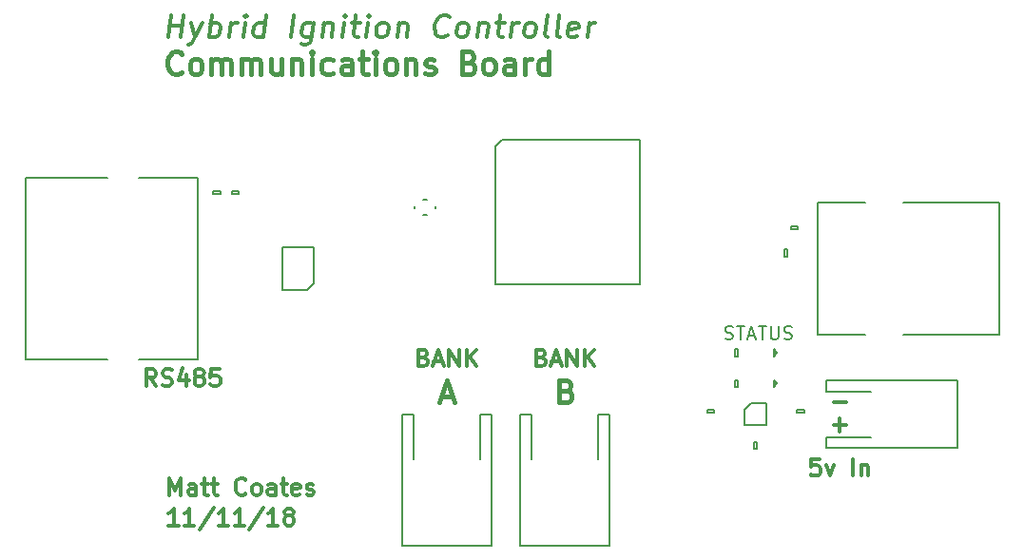
<source format=gto>
G04 #@! TF.GenerationSoftware,KiCad,Pcbnew,5.0.1-33cea8e~68~ubuntu18.04.1*
G04 #@! TF.CreationDate,2018-11-12T15:38:47+00:00*
G04 #@! TF.ProjectId,comms,636F6D6D732E6B696361645F70636200,rev?*
G04 #@! TF.SameCoordinates,Original*
G04 #@! TF.FileFunction,Legend,Top*
G04 #@! TF.FilePolarity,Positive*
%FSLAX46Y46*%
G04 Gerber Fmt 4.6, Leading zero omitted, Abs format (unit mm)*
G04 Created by KiCad (PCBNEW 5.0.1-33cea8e~68~ubuntu18.04.1) date Mon 12 Nov 2018 15:38:47 GMT*
%MOMM*%
%LPD*%
G01*
G04 APERTURE LIST*
%ADD10C,0.300000*%
%ADD11C,0.400000*%
%ADD12C,0.200000*%
%ADD13C,0.150000*%
G04 APERTURE END LIST*
D10*
X32683095Y-76654761D02*
X32933095Y-74654761D01*
X32814047Y-75607142D02*
X33956904Y-75607142D01*
X33825952Y-76654761D02*
X34075952Y-74654761D01*
X34754523Y-75321428D02*
X35064047Y-76654761D01*
X35706904Y-75321428D02*
X35064047Y-76654761D01*
X34814047Y-77130952D01*
X34706904Y-77226190D01*
X34504523Y-77321428D01*
X36302142Y-76654761D02*
X36552142Y-74654761D01*
X36456904Y-75416666D02*
X36659285Y-75321428D01*
X37040238Y-75321428D01*
X37218809Y-75416666D01*
X37302142Y-75511904D01*
X37373571Y-75702380D01*
X37302142Y-76273809D01*
X37183095Y-76464285D01*
X37075952Y-76559523D01*
X36873571Y-76654761D01*
X36492619Y-76654761D01*
X36314047Y-76559523D01*
X38111666Y-76654761D02*
X38278333Y-75321428D01*
X38230714Y-75702380D02*
X38349761Y-75511904D01*
X38456904Y-75416666D01*
X38659285Y-75321428D01*
X38849761Y-75321428D01*
X39349761Y-76654761D02*
X39516428Y-75321428D01*
X39599761Y-74654761D02*
X39492619Y-74750000D01*
X39575952Y-74845238D01*
X39683095Y-74750000D01*
X39599761Y-74654761D01*
X39575952Y-74845238D01*
X41159285Y-76654761D02*
X41409285Y-74654761D01*
X41171190Y-76559523D02*
X40968809Y-76654761D01*
X40587857Y-76654761D01*
X40409285Y-76559523D01*
X40325952Y-76464285D01*
X40254523Y-76273809D01*
X40325952Y-75702380D01*
X40445000Y-75511904D01*
X40552142Y-75416666D01*
X40754523Y-75321428D01*
X41135476Y-75321428D01*
X41314047Y-75416666D01*
X43635476Y-76654761D02*
X43885476Y-74654761D01*
X45611666Y-75321428D02*
X45409285Y-76940476D01*
X45290238Y-77130952D01*
X45183095Y-77226190D01*
X44980714Y-77321428D01*
X44695000Y-77321428D01*
X44516428Y-77226190D01*
X45456904Y-76559523D02*
X45254523Y-76654761D01*
X44873571Y-76654761D01*
X44695000Y-76559523D01*
X44611666Y-76464285D01*
X44540238Y-76273809D01*
X44611666Y-75702380D01*
X44730714Y-75511904D01*
X44837857Y-75416666D01*
X45040238Y-75321428D01*
X45421190Y-75321428D01*
X45599761Y-75416666D01*
X46564047Y-75321428D02*
X46397380Y-76654761D01*
X46540238Y-75511904D02*
X46647380Y-75416666D01*
X46849761Y-75321428D01*
X47135476Y-75321428D01*
X47314047Y-75416666D01*
X47385476Y-75607142D01*
X47254523Y-76654761D01*
X48206904Y-76654761D02*
X48373571Y-75321428D01*
X48456904Y-74654761D02*
X48349761Y-74750000D01*
X48433095Y-74845238D01*
X48540238Y-74750000D01*
X48456904Y-74654761D01*
X48433095Y-74845238D01*
X49040238Y-75321428D02*
X49802142Y-75321428D01*
X49409285Y-74654761D02*
X49195000Y-76369047D01*
X49266428Y-76559523D01*
X49445000Y-76654761D01*
X49635476Y-76654761D01*
X50302142Y-76654761D02*
X50468809Y-75321428D01*
X50552142Y-74654761D02*
X50445000Y-74750000D01*
X50528333Y-74845238D01*
X50635476Y-74750000D01*
X50552142Y-74654761D01*
X50528333Y-74845238D01*
X51540238Y-76654761D02*
X51361666Y-76559523D01*
X51278333Y-76464285D01*
X51206904Y-76273809D01*
X51278333Y-75702380D01*
X51397380Y-75511904D01*
X51504523Y-75416666D01*
X51706904Y-75321428D01*
X51992619Y-75321428D01*
X52171190Y-75416666D01*
X52254523Y-75511904D01*
X52325952Y-75702380D01*
X52254523Y-76273809D01*
X52135476Y-76464285D01*
X52028333Y-76559523D01*
X51825952Y-76654761D01*
X51540238Y-76654761D01*
X53230714Y-75321428D02*
X53064047Y-76654761D01*
X53206904Y-75511904D02*
X53314047Y-75416666D01*
X53516428Y-75321428D01*
X53802142Y-75321428D01*
X53980714Y-75416666D01*
X54052142Y-75607142D01*
X53921190Y-76654761D01*
X57564047Y-76464285D02*
X57456904Y-76559523D01*
X57159285Y-76654761D01*
X56968809Y-76654761D01*
X56694999Y-76559523D01*
X56528333Y-76369047D01*
X56456904Y-76178571D01*
X56409285Y-75797619D01*
X56444999Y-75511904D01*
X56587857Y-75130952D01*
X56706904Y-74940476D01*
X56921190Y-74750000D01*
X57218809Y-74654761D01*
X57409285Y-74654761D01*
X57683095Y-74750000D01*
X57766428Y-74845238D01*
X58683095Y-76654761D02*
X58504523Y-76559523D01*
X58421190Y-76464285D01*
X58349761Y-76273809D01*
X58421190Y-75702380D01*
X58540238Y-75511904D01*
X58647380Y-75416666D01*
X58849761Y-75321428D01*
X59135476Y-75321428D01*
X59314047Y-75416666D01*
X59397380Y-75511904D01*
X59468809Y-75702380D01*
X59397380Y-76273809D01*
X59278333Y-76464285D01*
X59171190Y-76559523D01*
X58968809Y-76654761D01*
X58683095Y-76654761D01*
X60373571Y-75321428D02*
X60206904Y-76654761D01*
X60349761Y-75511904D02*
X60456904Y-75416666D01*
X60659285Y-75321428D01*
X60945000Y-75321428D01*
X61123571Y-75416666D01*
X61194999Y-75607142D01*
X61064047Y-76654761D01*
X61897380Y-75321428D02*
X62659285Y-75321428D01*
X62266428Y-74654761D02*
X62052142Y-76369047D01*
X62123571Y-76559523D01*
X62302142Y-76654761D01*
X62492619Y-76654761D01*
X63159285Y-76654761D02*
X63325952Y-75321428D01*
X63278333Y-75702380D02*
X63397380Y-75511904D01*
X63504523Y-75416666D01*
X63706904Y-75321428D01*
X63897380Y-75321428D01*
X64683095Y-76654761D02*
X64504523Y-76559523D01*
X64421190Y-76464285D01*
X64349761Y-76273809D01*
X64421190Y-75702380D01*
X64540238Y-75511904D01*
X64647380Y-75416666D01*
X64849761Y-75321428D01*
X65135476Y-75321428D01*
X65314047Y-75416666D01*
X65397380Y-75511904D01*
X65468809Y-75702380D01*
X65397380Y-76273809D01*
X65278333Y-76464285D01*
X65171190Y-76559523D01*
X64968809Y-76654761D01*
X64683095Y-76654761D01*
X66492619Y-76654761D02*
X66314047Y-76559523D01*
X66242619Y-76369047D01*
X66456904Y-74654761D01*
X67540238Y-76654761D02*
X67361666Y-76559523D01*
X67290238Y-76369047D01*
X67504523Y-74654761D01*
X69075952Y-76559523D02*
X68873571Y-76654761D01*
X68492619Y-76654761D01*
X68314047Y-76559523D01*
X68242619Y-76369047D01*
X68337857Y-75607142D01*
X68456904Y-75416666D01*
X68659285Y-75321428D01*
X69040238Y-75321428D01*
X69218809Y-75416666D01*
X69290238Y-75607142D01*
X69266428Y-75797619D01*
X68290238Y-75988095D01*
X70016428Y-76654761D02*
X70183095Y-75321428D01*
X70135476Y-75702380D02*
X70254523Y-75511904D01*
X70361666Y-75416666D01*
X70564047Y-75321428D01*
X70754523Y-75321428D01*
D11*
X68142857Y-108107142D02*
X68428571Y-108202380D01*
X68523809Y-108297619D01*
X68619047Y-108488095D01*
X68619047Y-108773809D01*
X68523809Y-108964285D01*
X68428571Y-109059523D01*
X68238095Y-109154761D01*
X67476190Y-109154761D01*
X67476190Y-107154761D01*
X68142857Y-107154761D01*
X68333333Y-107250000D01*
X68428571Y-107345238D01*
X68523809Y-107535714D01*
X68523809Y-107726190D01*
X68428571Y-107916666D01*
X68333333Y-108011904D01*
X68142857Y-108107142D01*
X67476190Y-108107142D01*
D10*
X65928571Y-105142857D02*
X66142857Y-105214285D01*
X66214285Y-105285714D01*
X66285714Y-105428571D01*
X66285714Y-105642857D01*
X66214285Y-105785714D01*
X66142857Y-105857142D01*
X66000000Y-105928571D01*
X65428571Y-105928571D01*
X65428571Y-104428571D01*
X65928571Y-104428571D01*
X66071428Y-104500000D01*
X66142857Y-104571428D01*
X66214285Y-104714285D01*
X66214285Y-104857142D01*
X66142857Y-105000000D01*
X66071428Y-105071428D01*
X65928571Y-105142857D01*
X65428571Y-105142857D01*
X66857142Y-105500000D02*
X67571428Y-105500000D01*
X66714285Y-105928571D02*
X67214285Y-104428571D01*
X67714285Y-105928571D01*
X68214285Y-105928571D02*
X68214285Y-104428571D01*
X69071428Y-105928571D01*
X69071428Y-104428571D01*
X69785714Y-105928571D02*
X69785714Y-104428571D01*
X70642857Y-105928571D02*
X70000000Y-105071428D01*
X70642857Y-104428571D02*
X69785714Y-105285714D01*
D11*
X57023809Y-108583333D02*
X57976190Y-108583333D01*
X56833333Y-109154761D02*
X57500000Y-107154761D01*
X58166666Y-109154761D01*
D12*
X82278571Y-103485714D02*
X82450000Y-103542857D01*
X82735714Y-103542857D01*
X82850000Y-103485714D01*
X82907142Y-103428571D01*
X82964285Y-103314285D01*
X82964285Y-103200000D01*
X82907142Y-103085714D01*
X82850000Y-103028571D01*
X82735714Y-102971428D01*
X82507142Y-102914285D01*
X82392857Y-102857142D01*
X82335714Y-102800000D01*
X82278571Y-102685714D01*
X82278571Y-102571428D01*
X82335714Y-102457142D01*
X82392857Y-102400000D01*
X82507142Y-102342857D01*
X82792857Y-102342857D01*
X82964285Y-102400000D01*
X83307142Y-102342857D02*
X83992857Y-102342857D01*
X83650000Y-103542857D02*
X83650000Y-102342857D01*
X84335714Y-103200000D02*
X84907142Y-103200000D01*
X84221428Y-103542857D02*
X84621428Y-102342857D01*
X85021428Y-103542857D01*
X85250000Y-102342857D02*
X85935714Y-102342857D01*
X85592857Y-103542857D02*
X85592857Y-102342857D01*
X86335714Y-102342857D02*
X86335714Y-103314285D01*
X86392857Y-103428571D01*
X86450000Y-103485714D01*
X86564285Y-103542857D01*
X86792857Y-103542857D01*
X86907142Y-103485714D01*
X86964285Y-103428571D01*
X87021428Y-103314285D01*
X87021428Y-102342857D01*
X87535714Y-103485714D02*
X87707142Y-103542857D01*
X87992857Y-103542857D01*
X88107142Y-103485714D01*
X88164285Y-103428571D01*
X88221428Y-103314285D01*
X88221428Y-103200000D01*
X88164285Y-103085714D01*
X88107142Y-103028571D01*
X87992857Y-102971428D01*
X87764285Y-102914285D01*
X87650000Y-102857142D01*
X87592857Y-102800000D01*
X87535714Y-102685714D01*
X87535714Y-102571428D01*
X87592857Y-102457142D01*
X87650000Y-102400000D01*
X87764285Y-102342857D01*
X88050000Y-102342857D01*
X88221428Y-102400000D01*
D10*
X91928571Y-109157142D02*
X93071428Y-109157142D01*
X91928571Y-111157142D02*
X93071428Y-111157142D01*
X92500000Y-111728571D02*
X92500000Y-110585714D01*
X90678571Y-114178571D02*
X89964285Y-114178571D01*
X89892857Y-114892857D01*
X89964285Y-114821428D01*
X90107142Y-114750000D01*
X90464285Y-114750000D01*
X90607142Y-114821428D01*
X90678571Y-114892857D01*
X90750000Y-115035714D01*
X90750000Y-115392857D01*
X90678571Y-115535714D01*
X90607142Y-115607142D01*
X90464285Y-115678571D01*
X90107142Y-115678571D01*
X89964285Y-115607142D01*
X89892857Y-115535714D01*
X91250000Y-114678571D02*
X91607142Y-115678571D01*
X91964285Y-114678571D01*
X93678571Y-115678571D02*
X93678571Y-114178571D01*
X94392857Y-114678571D02*
X94392857Y-115678571D01*
X94392857Y-114821428D02*
X94464285Y-114750000D01*
X94607142Y-114678571D01*
X94821428Y-114678571D01*
X94964285Y-114750000D01*
X95035714Y-114892857D01*
X95035714Y-115678571D01*
X31607142Y-107678571D02*
X31107142Y-106964285D01*
X30750000Y-107678571D02*
X30750000Y-106178571D01*
X31321428Y-106178571D01*
X31464285Y-106250000D01*
X31535714Y-106321428D01*
X31607142Y-106464285D01*
X31607142Y-106678571D01*
X31535714Y-106821428D01*
X31464285Y-106892857D01*
X31321428Y-106964285D01*
X30750000Y-106964285D01*
X32178571Y-107607142D02*
X32392857Y-107678571D01*
X32750000Y-107678571D01*
X32892857Y-107607142D01*
X32964285Y-107535714D01*
X33035714Y-107392857D01*
X33035714Y-107250000D01*
X32964285Y-107107142D01*
X32892857Y-107035714D01*
X32750000Y-106964285D01*
X32464285Y-106892857D01*
X32321428Y-106821428D01*
X32250000Y-106750000D01*
X32178571Y-106607142D01*
X32178571Y-106464285D01*
X32250000Y-106321428D01*
X32321428Y-106250000D01*
X32464285Y-106178571D01*
X32821428Y-106178571D01*
X33035714Y-106250000D01*
X34321428Y-106678571D02*
X34321428Y-107678571D01*
X33964285Y-106107142D02*
X33607142Y-107178571D01*
X34535714Y-107178571D01*
X35321428Y-106821428D02*
X35178571Y-106750000D01*
X35107142Y-106678571D01*
X35035714Y-106535714D01*
X35035714Y-106464285D01*
X35107142Y-106321428D01*
X35178571Y-106250000D01*
X35321428Y-106178571D01*
X35607142Y-106178571D01*
X35750000Y-106250000D01*
X35821428Y-106321428D01*
X35892857Y-106464285D01*
X35892857Y-106535714D01*
X35821428Y-106678571D01*
X35750000Y-106750000D01*
X35607142Y-106821428D01*
X35321428Y-106821428D01*
X35178571Y-106892857D01*
X35107142Y-106964285D01*
X35035714Y-107107142D01*
X35035714Y-107392857D01*
X35107142Y-107535714D01*
X35178571Y-107607142D01*
X35321428Y-107678571D01*
X35607142Y-107678571D01*
X35750000Y-107607142D01*
X35821428Y-107535714D01*
X35892857Y-107392857D01*
X35892857Y-107107142D01*
X35821428Y-106964285D01*
X35750000Y-106892857D01*
X35607142Y-106821428D01*
X37250000Y-106178571D02*
X36535714Y-106178571D01*
X36464285Y-106892857D01*
X36535714Y-106821428D01*
X36678571Y-106750000D01*
X37035714Y-106750000D01*
X37178571Y-106821428D01*
X37250000Y-106892857D01*
X37321428Y-107035714D01*
X37321428Y-107392857D01*
X37250000Y-107535714D01*
X37178571Y-107607142D01*
X37035714Y-107678571D01*
X36678571Y-107678571D01*
X36535714Y-107607142D01*
X36464285Y-107535714D01*
X55428571Y-105142857D02*
X55642857Y-105214285D01*
X55714285Y-105285714D01*
X55785714Y-105428571D01*
X55785714Y-105642857D01*
X55714285Y-105785714D01*
X55642857Y-105857142D01*
X55500000Y-105928571D01*
X54928571Y-105928571D01*
X54928571Y-104428571D01*
X55428571Y-104428571D01*
X55571428Y-104500000D01*
X55642857Y-104571428D01*
X55714285Y-104714285D01*
X55714285Y-104857142D01*
X55642857Y-105000000D01*
X55571428Y-105071428D01*
X55428571Y-105142857D01*
X54928571Y-105142857D01*
X56357142Y-105500000D02*
X57071428Y-105500000D01*
X56214285Y-105928571D02*
X56714285Y-104428571D01*
X57214285Y-105928571D01*
X57714285Y-105928571D02*
X57714285Y-104428571D01*
X58571428Y-105928571D01*
X58571428Y-104428571D01*
X59285714Y-105928571D02*
X59285714Y-104428571D01*
X60142857Y-105928571D02*
X59500000Y-105071428D01*
X60142857Y-104428571D02*
X59285714Y-105285714D01*
D11*
X33879047Y-79714285D02*
X33783809Y-79809523D01*
X33498095Y-79904761D01*
X33307619Y-79904761D01*
X33021904Y-79809523D01*
X32831428Y-79619047D01*
X32736190Y-79428571D01*
X32640952Y-79047619D01*
X32640952Y-78761904D01*
X32736190Y-78380952D01*
X32831428Y-78190476D01*
X33021904Y-78000000D01*
X33307619Y-77904761D01*
X33498095Y-77904761D01*
X33783809Y-78000000D01*
X33879047Y-78095238D01*
X35021904Y-79904761D02*
X34831428Y-79809523D01*
X34736190Y-79714285D01*
X34640952Y-79523809D01*
X34640952Y-78952380D01*
X34736190Y-78761904D01*
X34831428Y-78666666D01*
X35021904Y-78571428D01*
X35307619Y-78571428D01*
X35498095Y-78666666D01*
X35593333Y-78761904D01*
X35688571Y-78952380D01*
X35688571Y-79523809D01*
X35593333Y-79714285D01*
X35498095Y-79809523D01*
X35307619Y-79904761D01*
X35021904Y-79904761D01*
X36545714Y-79904761D02*
X36545714Y-78571428D01*
X36545714Y-78761904D02*
X36640952Y-78666666D01*
X36831428Y-78571428D01*
X37117142Y-78571428D01*
X37307619Y-78666666D01*
X37402857Y-78857142D01*
X37402857Y-79904761D01*
X37402857Y-78857142D02*
X37498095Y-78666666D01*
X37688571Y-78571428D01*
X37974285Y-78571428D01*
X38164761Y-78666666D01*
X38260000Y-78857142D01*
X38260000Y-79904761D01*
X39212380Y-79904761D02*
X39212380Y-78571428D01*
X39212380Y-78761904D02*
X39307619Y-78666666D01*
X39498095Y-78571428D01*
X39783809Y-78571428D01*
X39974285Y-78666666D01*
X40069523Y-78857142D01*
X40069523Y-79904761D01*
X40069523Y-78857142D02*
X40164761Y-78666666D01*
X40355238Y-78571428D01*
X40640952Y-78571428D01*
X40831428Y-78666666D01*
X40926666Y-78857142D01*
X40926666Y-79904761D01*
X42736190Y-78571428D02*
X42736190Y-79904761D01*
X41879047Y-78571428D02*
X41879047Y-79619047D01*
X41974285Y-79809523D01*
X42164761Y-79904761D01*
X42450476Y-79904761D01*
X42640952Y-79809523D01*
X42736190Y-79714285D01*
X43688571Y-78571428D02*
X43688571Y-79904761D01*
X43688571Y-78761904D02*
X43783809Y-78666666D01*
X43974285Y-78571428D01*
X44260000Y-78571428D01*
X44450476Y-78666666D01*
X44545714Y-78857142D01*
X44545714Y-79904761D01*
X45498095Y-79904761D02*
X45498095Y-78571428D01*
X45498095Y-77904761D02*
X45402857Y-78000000D01*
X45498095Y-78095238D01*
X45593333Y-78000000D01*
X45498095Y-77904761D01*
X45498095Y-78095238D01*
X47307619Y-79809523D02*
X47117142Y-79904761D01*
X46736190Y-79904761D01*
X46545714Y-79809523D01*
X46450476Y-79714285D01*
X46355238Y-79523809D01*
X46355238Y-78952380D01*
X46450476Y-78761904D01*
X46545714Y-78666666D01*
X46736190Y-78571428D01*
X47117142Y-78571428D01*
X47307619Y-78666666D01*
X49021904Y-79904761D02*
X49021904Y-78857142D01*
X48926666Y-78666666D01*
X48736190Y-78571428D01*
X48355238Y-78571428D01*
X48164761Y-78666666D01*
X49021904Y-79809523D02*
X48831428Y-79904761D01*
X48355238Y-79904761D01*
X48164761Y-79809523D01*
X48069523Y-79619047D01*
X48069523Y-79428571D01*
X48164761Y-79238095D01*
X48355238Y-79142857D01*
X48831428Y-79142857D01*
X49021904Y-79047619D01*
X49688571Y-78571428D02*
X50450476Y-78571428D01*
X49974285Y-77904761D02*
X49974285Y-79619047D01*
X50069523Y-79809523D01*
X50260000Y-79904761D01*
X50450476Y-79904761D01*
X51117142Y-79904761D02*
X51117142Y-78571428D01*
X51117142Y-77904761D02*
X51021904Y-78000000D01*
X51117142Y-78095238D01*
X51212380Y-78000000D01*
X51117142Y-77904761D01*
X51117142Y-78095238D01*
X52355238Y-79904761D02*
X52164761Y-79809523D01*
X52069523Y-79714285D01*
X51974285Y-79523809D01*
X51974285Y-78952380D01*
X52069523Y-78761904D01*
X52164761Y-78666666D01*
X52355238Y-78571428D01*
X52640952Y-78571428D01*
X52831428Y-78666666D01*
X52926666Y-78761904D01*
X53021904Y-78952380D01*
X53021904Y-79523809D01*
X52926666Y-79714285D01*
X52831428Y-79809523D01*
X52640952Y-79904761D01*
X52355238Y-79904761D01*
X53879047Y-78571428D02*
X53879047Y-79904761D01*
X53879047Y-78761904D02*
X53974285Y-78666666D01*
X54164761Y-78571428D01*
X54450476Y-78571428D01*
X54640952Y-78666666D01*
X54736190Y-78857142D01*
X54736190Y-79904761D01*
X55593333Y-79809523D02*
X55783809Y-79904761D01*
X56164761Y-79904761D01*
X56355238Y-79809523D01*
X56450476Y-79619047D01*
X56450476Y-79523809D01*
X56355238Y-79333333D01*
X56164761Y-79238095D01*
X55879047Y-79238095D01*
X55688571Y-79142857D01*
X55593333Y-78952380D01*
X55593333Y-78857142D01*
X55688571Y-78666666D01*
X55879047Y-78571428D01*
X56164761Y-78571428D01*
X56355238Y-78666666D01*
X59498095Y-78857142D02*
X59783809Y-78952380D01*
X59879047Y-79047619D01*
X59974285Y-79238095D01*
X59974285Y-79523809D01*
X59879047Y-79714285D01*
X59783809Y-79809523D01*
X59593333Y-79904761D01*
X58831428Y-79904761D01*
X58831428Y-77904761D01*
X59498095Y-77904761D01*
X59688571Y-78000000D01*
X59783809Y-78095238D01*
X59879047Y-78285714D01*
X59879047Y-78476190D01*
X59783809Y-78666666D01*
X59688571Y-78761904D01*
X59498095Y-78857142D01*
X58831428Y-78857142D01*
X61117142Y-79904761D02*
X60926666Y-79809523D01*
X60831428Y-79714285D01*
X60736190Y-79523809D01*
X60736190Y-78952380D01*
X60831428Y-78761904D01*
X60926666Y-78666666D01*
X61117142Y-78571428D01*
X61402857Y-78571428D01*
X61593333Y-78666666D01*
X61688571Y-78761904D01*
X61783809Y-78952380D01*
X61783809Y-79523809D01*
X61688571Y-79714285D01*
X61593333Y-79809523D01*
X61402857Y-79904761D01*
X61117142Y-79904761D01*
X63498095Y-79904761D02*
X63498095Y-78857142D01*
X63402857Y-78666666D01*
X63212380Y-78571428D01*
X62831428Y-78571428D01*
X62640952Y-78666666D01*
X63498095Y-79809523D02*
X63307619Y-79904761D01*
X62831428Y-79904761D01*
X62640952Y-79809523D01*
X62545714Y-79619047D01*
X62545714Y-79428571D01*
X62640952Y-79238095D01*
X62831428Y-79142857D01*
X63307619Y-79142857D01*
X63498095Y-79047619D01*
X64450476Y-79904761D02*
X64450476Y-78571428D01*
X64450476Y-78952380D02*
X64545714Y-78761904D01*
X64640952Y-78666666D01*
X64831428Y-78571428D01*
X65021904Y-78571428D01*
X66545714Y-79904761D02*
X66545714Y-77904761D01*
X66545714Y-79809523D02*
X66355238Y-79904761D01*
X65974285Y-79904761D01*
X65783809Y-79809523D01*
X65688571Y-79714285D01*
X65593333Y-79523809D01*
X65593333Y-78952380D01*
X65688571Y-78761904D01*
X65783809Y-78666666D01*
X65974285Y-78571428D01*
X66355238Y-78571428D01*
X66545714Y-78666666D01*
D10*
X33596159Y-120094971D02*
X32739016Y-120094971D01*
X33167587Y-120094971D02*
X33167587Y-118594971D01*
X33024730Y-118809257D01*
X32881873Y-118952114D01*
X32739016Y-119023542D01*
X35024730Y-120094971D02*
X34167587Y-120094971D01*
X34596159Y-120094971D02*
X34596159Y-118594971D01*
X34453302Y-118809257D01*
X34310444Y-118952114D01*
X34167587Y-119023542D01*
X36739016Y-118523542D02*
X35453302Y-120452114D01*
X38024730Y-120094971D02*
X37167587Y-120094971D01*
X37596159Y-120094971D02*
X37596159Y-118594971D01*
X37453302Y-118809257D01*
X37310444Y-118952114D01*
X37167587Y-119023542D01*
X39453302Y-120094971D02*
X38596159Y-120094971D01*
X39024730Y-120094971D02*
X39024730Y-118594971D01*
X38881873Y-118809257D01*
X38739016Y-118952114D01*
X38596159Y-119023542D01*
X41167587Y-118523542D02*
X39881873Y-120452114D01*
X42453302Y-120094971D02*
X41596159Y-120094971D01*
X42024730Y-120094971D02*
X42024730Y-118594971D01*
X41881873Y-118809257D01*
X41739016Y-118952114D01*
X41596159Y-119023542D01*
X43310444Y-119237828D02*
X43167587Y-119166400D01*
X43096159Y-119094971D01*
X43024730Y-118952114D01*
X43024730Y-118880685D01*
X43096159Y-118737828D01*
X43167587Y-118666400D01*
X43310444Y-118594971D01*
X43596159Y-118594971D01*
X43739016Y-118666400D01*
X43810444Y-118737828D01*
X43881873Y-118880685D01*
X43881873Y-118952114D01*
X43810444Y-119094971D01*
X43739016Y-119166400D01*
X43596159Y-119237828D01*
X43310444Y-119237828D01*
X43167587Y-119309257D01*
X43096159Y-119380685D01*
X43024730Y-119523542D01*
X43024730Y-119809257D01*
X43096159Y-119952114D01*
X43167587Y-120023542D01*
X43310444Y-120094971D01*
X43596159Y-120094971D01*
X43739016Y-120023542D01*
X43810444Y-119952114D01*
X43881873Y-119809257D01*
X43881873Y-119523542D01*
X43810444Y-119380685D01*
X43739016Y-119309257D01*
X43596159Y-119237828D01*
X32810444Y-117394971D02*
X32810444Y-115894971D01*
X33310444Y-116966400D01*
X33810444Y-115894971D01*
X33810444Y-117394971D01*
X35167587Y-117394971D02*
X35167587Y-116609257D01*
X35096159Y-116466400D01*
X34953302Y-116394971D01*
X34667587Y-116394971D01*
X34524730Y-116466400D01*
X35167587Y-117323542D02*
X35024730Y-117394971D01*
X34667587Y-117394971D01*
X34524730Y-117323542D01*
X34453302Y-117180685D01*
X34453302Y-117037828D01*
X34524730Y-116894971D01*
X34667587Y-116823542D01*
X35024730Y-116823542D01*
X35167587Y-116752114D01*
X35667587Y-116394971D02*
X36239016Y-116394971D01*
X35881873Y-115894971D02*
X35881873Y-117180685D01*
X35953302Y-117323542D01*
X36096159Y-117394971D01*
X36239016Y-117394971D01*
X36524730Y-116394971D02*
X37096159Y-116394971D01*
X36739016Y-115894971D02*
X36739016Y-117180685D01*
X36810444Y-117323542D01*
X36953302Y-117394971D01*
X37096159Y-117394971D01*
X39596159Y-117252114D02*
X39524730Y-117323542D01*
X39310444Y-117394971D01*
X39167587Y-117394971D01*
X38953302Y-117323542D01*
X38810444Y-117180685D01*
X38739016Y-117037828D01*
X38667587Y-116752114D01*
X38667587Y-116537828D01*
X38739016Y-116252114D01*
X38810444Y-116109257D01*
X38953302Y-115966400D01*
X39167587Y-115894971D01*
X39310444Y-115894971D01*
X39524730Y-115966400D01*
X39596159Y-116037828D01*
X40453302Y-117394971D02*
X40310444Y-117323542D01*
X40239016Y-117252114D01*
X40167587Y-117109257D01*
X40167587Y-116680685D01*
X40239016Y-116537828D01*
X40310444Y-116466400D01*
X40453302Y-116394971D01*
X40667587Y-116394971D01*
X40810444Y-116466400D01*
X40881873Y-116537828D01*
X40953302Y-116680685D01*
X40953302Y-117109257D01*
X40881873Y-117252114D01*
X40810444Y-117323542D01*
X40667587Y-117394971D01*
X40453302Y-117394971D01*
X42239016Y-117394971D02*
X42239016Y-116609257D01*
X42167587Y-116466400D01*
X42024730Y-116394971D01*
X41739016Y-116394971D01*
X41596159Y-116466400D01*
X42239016Y-117323542D02*
X42096159Y-117394971D01*
X41739016Y-117394971D01*
X41596159Y-117323542D01*
X41524730Y-117180685D01*
X41524730Y-117037828D01*
X41596159Y-116894971D01*
X41739016Y-116823542D01*
X42096159Y-116823542D01*
X42239016Y-116752114D01*
X42739016Y-116394971D02*
X43310444Y-116394971D01*
X42953302Y-115894971D02*
X42953302Y-117180685D01*
X43024730Y-117323542D01*
X43167587Y-117394971D01*
X43310444Y-117394971D01*
X44381873Y-117323542D02*
X44239016Y-117394971D01*
X43953302Y-117394971D01*
X43810444Y-117323542D01*
X43739016Y-117180685D01*
X43739016Y-116609257D01*
X43810444Y-116466400D01*
X43953302Y-116394971D01*
X44239016Y-116394971D01*
X44381873Y-116466400D01*
X44453302Y-116609257D01*
X44453302Y-116752114D01*
X43739016Y-116894971D01*
X45024730Y-117323542D02*
X45167587Y-117394971D01*
X45453302Y-117394971D01*
X45596159Y-117323542D01*
X45667587Y-117180685D01*
X45667587Y-117109257D01*
X45596159Y-116966400D01*
X45453302Y-116894971D01*
X45239016Y-116894971D01*
X45096159Y-116823542D01*
X45024730Y-116680685D01*
X45024730Y-116609257D01*
X45096159Y-116466400D01*
X45239016Y-116394971D01*
X45453302Y-116394971D01*
X45596159Y-116466400D01*
D13*
G04 #@! TO.C,IC4*
X35358302Y-89116400D02*
X30058302Y-89116400D01*
X27258302Y-89116400D02*
X19958302Y-89116400D01*
X19958302Y-89116400D02*
X19958302Y-105316400D01*
X19958302Y-105316400D02*
X27258302Y-105316400D01*
X30058302Y-105316400D02*
X35358302Y-105316400D01*
X35358302Y-105316400D02*
X35358302Y-89116400D01*
G04 #@! TO.C,C14*
X89333302Y-109791400D02*
X89333302Y-110041400D01*
X89333302Y-110041400D02*
X88683302Y-110041400D01*
X88683302Y-110041400D02*
X88683302Y-109791400D01*
X88683302Y-109791400D02*
X89333302Y-109791400D01*
G04 #@! TO.C,C16*
X84883302Y-113291400D02*
X84883302Y-112641400D01*
X85133302Y-113291400D02*
X84883302Y-113291400D01*
X85133302Y-112641400D02*
X85133302Y-113291400D01*
X84883302Y-112641400D02*
X85133302Y-112641400D01*
G04 #@! TO.C,C17*
X80683302Y-109791400D02*
X81333302Y-109791400D01*
X80683302Y-110041400D02*
X80683302Y-109791400D01*
X81333302Y-110041400D02*
X80683302Y-110041400D01*
X81333302Y-109791400D02*
X81333302Y-110041400D01*
G04 #@! TO.C,C18*
X88133302Y-93741400D02*
X88133302Y-93491400D01*
X88133302Y-93491400D02*
X88783302Y-93491400D01*
X88783302Y-93491400D02*
X88783302Y-93741400D01*
X88783302Y-93741400D02*
X88133302Y-93741400D01*
G04 #@! TO.C,D1*
X86883302Y-107466400D02*
X86633302Y-107791400D01*
X86883302Y-107466400D02*
X86633302Y-107141400D01*
X86633302Y-107791400D02*
X86633302Y-107141400D01*
G04 #@! TO.C,D2*
X86633302Y-105041400D02*
X86633302Y-104391400D01*
X86883302Y-104716400D02*
X86633302Y-104391400D01*
X86883302Y-104716400D02*
X86633302Y-105041400D01*
G04 #@! TO.C,IC1*
X62408302Y-85766400D02*
X74708302Y-85766400D01*
X74708302Y-85766400D02*
X74708302Y-98666400D01*
X74708302Y-98666400D02*
X61808302Y-98666400D01*
X61808302Y-98666400D02*
X61808302Y-86366400D01*
X61808302Y-86366400D02*
X62408302Y-85766400D01*
G04 #@! TO.C,IC2*
X84633302Y-109241400D02*
X85983302Y-109241400D01*
X85983302Y-109241400D02*
X85983302Y-111191400D01*
X85983302Y-111191400D02*
X84033302Y-111191400D01*
X84033302Y-111191400D02*
X84033302Y-109841400D01*
X84033302Y-109841400D02*
X84633302Y-109241400D01*
G04 #@! TO.C,IC3*
X45083302Y-99121400D02*
X42833302Y-99121400D01*
X42833302Y-99121400D02*
X42833302Y-95311400D01*
X42833302Y-95311400D02*
X45683302Y-95311400D01*
X45683302Y-95311400D02*
X45683302Y-98521400D01*
X45683302Y-98521400D02*
X45083302Y-99121400D01*
G04 #@! TO.C,J1*
X72008302Y-121916400D02*
X64008302Y-121916400D01*
X64008302Y-121916400D02*
X64008302Y-110216400D01*
X64008302Y-110216400D02*
X65008302Y-110216400D01*
X65008302Y-110216400D02*
X65008302Y-114216400D01*
X72008302Y-121916400D02*
X72008302Y-110216400D01*
X72008302Y-110216400D02*
X71008302Y-110216400D01*
X71008302Y-110216400D02*
X71008302Y-114216400D01*
G04 #@! TO.C,J2*
X60508302Y-110216400D02*
X60508302Y-114216400D01*
X61508302Y-110216400D02*
X60508302Y-110216400D01*
X61508302Y-121916400D02*
X61508302Y-110216400D01*
X54508302Y-110216400D02*
X54508302Y-114216400D01*
X53508302Y-110216400D02*
X54508302Y-110216400D01*
X53508302Y-121916400D02*
X53508302Y-110216400D01*
X61508302Y-121916400D02*
X53508302Y-121916400D01*
G04 #@! TO.C,J3*
X91258302Y-108216400D02*
X95258302Y-108216400D01*
X91258302Y-107216400D02*
X91258302Y-108216400D01*
X102958302Y-107216400D02*
X91258302Y-107216400D01*
X91258302Y-112216400D02*
X95258302Y-112216400D01*
X91258302Y-113216400D02*
X91258302Y-112216400D01*
X102958302Y-113216400D02*
X91258302Y-113216400D01*
X102958302Y-107216400D02*
X102958302Y-113216400D01*
G04 #@! TO.C,P1*
X90558302Y-103116400D02*
X94758302Y-103116400D01*
X94758302Y-103116400D02*
X94758302Y-103116400D01*
X98158302Y-103116400D02*
X106658302Y-103116400D01*
X106658302Y-103116400D02*
X106658302Y-91316400D01*
X106658302Y-91316400D02*
X98158302Y-91316400D01*
X98158302Y-91316400D02*
X98158302Y-91316400D01*
X94758302Y-91316400D02*
X90558302Y-91316400D01*
X90558302Y-91316400D02*
X90558302Y-103116400D01*
X90558302Y-103116400D02*
X90558302Y-103116400D01*
G04 #@! TO.C,R2*
X87783302Y-95491400D02*
X87783302Y-96141400D01*
X87533302Y-95491400D02*
X87783302Y-95491400D01*
X87533302Y-96141400D02*
X87533302Y-95491400D01*
X87783302Y-96141400D02*
X87533302Y-96141400D01*
G04 #@! TO.C,R4*
X83133302Y-107141400D02*
X83383302Y-107141400D01*
X83383302Y-107141400D02*
X83383302Y-107791400D01*
X83383302Y-107791400D02*
X83133302Y-107791400D01*
X83133302Y-107791400D02*
X83133302Y-107141400D01*
G04 #@! TO.C,R5*
X83133302Y-105041400D02*
X83133302Y-104391400D01*
X83383302Y-105041400D02*
X83133302Y-105041400D01*
X83383302Y-104391400D02*
X83383302Y-105041400D01*
X83133302Y-104391400D02*
X83383302Y-104391400D01*
G04 #@! TO.C,R6*
X38333302Y-90291400D02*
X38983302Y-90291400D01*
X38333302Y-90541400D02*
X38333302Y-90291400D01*
X38983302Y-90541400D02*
X38333302Y-90541400D01*
X38983302Y-90291400D02*
X38983302Y-90541400D01*
G04 #@! TO.C,R7*
X37333302Y-90341400D02*
X37333302Y-90591400D01*
X37333302Y-90591400D02*
X36683302Y-90591400D01*
X36683302Y-90591400D02*
X36683302Y-90341400D01*
X36683302Y-90341400D02*
X37333302Y-90341400D01*
G04 #@! TO.C,Y1*
X54658302Y-91716400D02*
X54658302Y-91816400D01*
X55708302Y-91066400D02*
X55408302Y-91066400D01*
X56458302Y-91716400D02*
X56458302Y-91816400D01*
X55708302Y-92466400D02*
X55408302Y-92466400D01*
G04 #@! TD*
M02*

</source>
